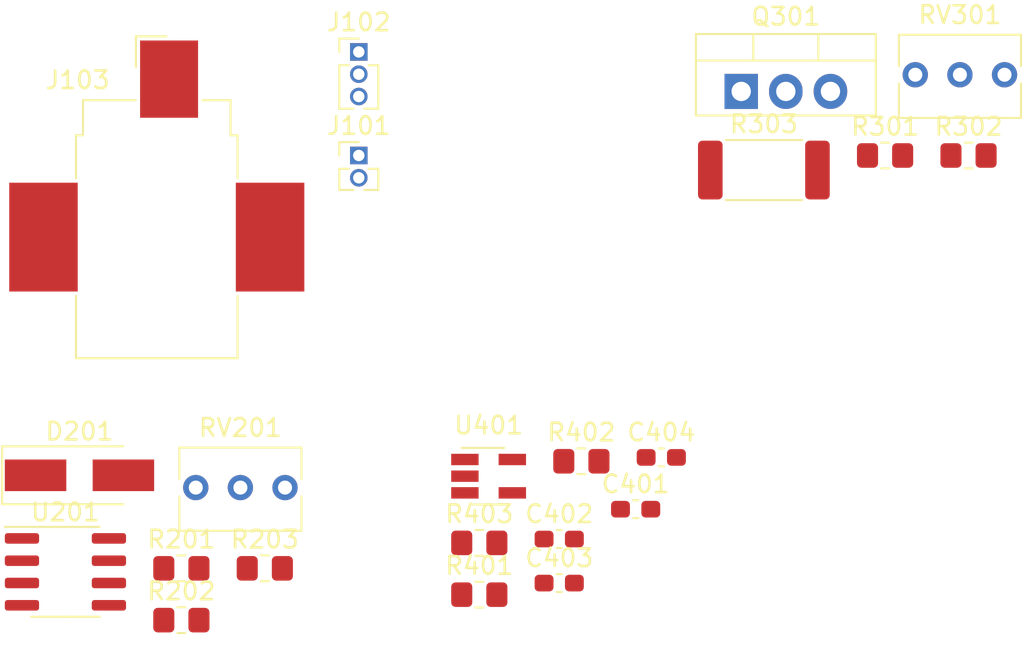
<source format=kicad_pcb>
(kicad_pcb (version 20171130) (host pcbnew 5.1.9-73d0e3b20d~88~ubuntu20.04.1)

  (general
    (thickness 1.6)
    (drawings 0)
    (tracks 0)
    (zones 0)
    (modules 22)
    (nets 16)
  )

  (page A4)
  (layers
    (0 F.Cu signal)
    (31 B.Cu signal)
    (32 B.Adhes user)
    (33 F.Adhes user)
    (34 B.Paste user)
    (35 F.Paste user)
    (36 B.SilkS user)
    (37 F.SilkS user)
    (38 B.Mask user)
    (39 F.Mask user)
    (40 Dwgs.User user)
    (41 Cmts.User user)
    (42 Eco1.User user)
    (43 Eco2.User user)
    (44 Edge.Cuts user)
    (45 Margin user)
    (46 B.CrtYd user)
    (47 F.CrtYd user)
    (48 B.Fab user)
    (49 F.Fab user)
  )

  (setup
    (last_trace_width 0.25)
    (trace_clearance 0.2)
    (zone_clearance 0.508)
    (zone_45_only no)
    (trace_min 0.2)
    (via_size 0.8)
    (via_drill 0.4)
    (via_min_size 0.4)
    (via_min_drill 0.3)
    (uvia_size 0.3)
    (uvia_drill 0.1)
    (uvias_allowed no)
    (uvia_min_size 0.2)
    (uvia_min_drill 0.1)
    (edge_width 0.05)
    (segment_width 0.2)
    (pcb_text_width 0.3)
    (pcb_text_size 1.5 1.5)
    (mod_edge_width 0.12)
    (mod_text_size 1 1)
    (mod_text_width 0.15)
    (pad_size 1.524 1.524)
    (pad_drill 0.762)
    (pad_to_mask_clearance 0)
    (aux_axis_origin 0 0)
    (visible_elements FFFFFF7F)
    (pcbplotparams
      (layerselection 0x010fc_ffffffff)
      (usegerberextensions false)
      (usegerberattributes true)
      (usegerberadvancedattributes true)
      (creategerberjobfile true)
      (excludeedgelayer true)
      (linewidth 0.100000)
      (plotframeref false)
      (viasonmask false)
      (mode 1)
      (useauxorigin false)
      (hpglpennumber 1)
      (hpglpenspeed 20)
      (hpglpendiameter 15.000000)
      (psnegative false)
      (psa4output false)
      (plotreference true)
      (plotvalue true)
      (plotinvisibletext false)
      (padsonsilk false)
      (subtractmaskfromsilk false)
      (outputformat 1)
      (mirror false)
      (drillshape 1)
      (scaleselection 1)
      (outputdirectory ""))
  )

  (net 0 "")
  (net 1 /V-pos-src)
  (net 2 GND)
  (net 3 /2.5V-reg)
  (net 4 "Net-(D201-Pad1)")
  (net 5 /V-ctrl)
  (net 6 /V-pos-tst)
  (net 7 "Net-(Q301-Pad3)")
  (net 8 "Net-(R201-Pad1)")
  (net 9 "Net-(R202-Pad2)")
  (net 10 "Net-(R301-Pad1)")
  (net 11 "Net-(R302-Pad2)")
  (net 12 /Power-Reg/FB)
  (net 13 "Net-(R403-Pad1)")
  (net 14 "Net-(RV201-Pad1)")
  (net 15 "Net-(RV301-Pad1)")

  (net_class Default "This is the default net class."
    (clearance 0.2)
    (trace_width 0.25)
    (via_dia 0.8)
    (via_drill 0.4)
    (uvia_dia 0.3)
    (uvia_drill 0.1)
    (add_net /2.5V-reg)
    (add_net /Power-Reg/FB)
    (add_net /V-ctrl)
    (add_net /V-pos-src)
    (add_net /V-pos-tst)
    (add_net GND)
    (add_net "Net-(D201-Pad1)")
    (add_net "Net-(Q301-Pad3)")
    (add_net "Net-(R201-Pad1)")
    (add_net "Net-(R202-Pad2)")
    (add_net "Net-(R301-Pad1)")
    (add_net "Net-(R302-Pad2)")
    (add_net "Net-(R403-Pad1)")
    (add_net "Net-(RV201-Pad1)")
    (add_net "Net-(RV301-Pad1)")
  )

  (module Capacitor_SMD:C_0603_1608Metric_Pad1.08x0.95mm_HandSolder (layer F.Cu) (tedit 5F68FEEF) (tstamp 601C4BD6)
    (at 126.585001 77.575001)
    (descr "Capacitor SMD 0603 (1608 Metric), square (rectangular) end terminal, IPC_7351 nominal with elongated pad for handsoldering. (Body size source: IPC-SM-782 page 76, https://www.pcb-3d.com/wordpress/wp-content/uploads/ipc-sm-782a_amendment_1_and_2.pdf), generated with kicad-footprint-generator")
    (tags "capacitor handsolder")
    (path /601B7636/60164DED)
    (attr smd)
    (fp_text reference C401 (at 0 -1.43) (layer F.SilkS)
      (effects (font (size 1 1) (thickness 0.15)))
    )
    (fp_text value 1uF (at 0 1.43) (layer F.Fab)
      (effects (font (size 1 1) (thickness 0.15)))
    )
    (fp_line (start 1.65 0.73) (end -1.65 0.73) (layer F.CrtYd) (width 0.05))
    (fp_line (start 1.65 -0.73) (end 1.65 0.73) (layer F.CrtYd) (width 0.05))
    (fp_line (start -1.65 -0.73) (end 1.65 -0.73) (layer F.CrtYd) (width 0.05))
    (fp_line (start -1.65 0.73) (end -1.65 -0.73) (layer F.CrtYd) (width 0.05))
    (fp_line (start -0.146267 0.51) (end 0.146267 0.51) (layer F.SilkS) (width 0.12))
    (fp_line (start -0.146267 -0.51) (end 0.146267 -0.51) (layer F.SilkS) (width 0.12))
    (fp_line (start 0.8 0.4) (end -0.8 0.4) (layer F.Fab) (width 0.1))
    (fp_line (start 0.8 -0.4) (end 0.8 0.4) (layer F.Fab) (width 0.1))
    (fp_line (start -0.8 -0.4) (end 0.8 -0.4) (layer F.Fab) (width 0.1))
    (fp_line (start -0.8 0.4) (end -0.8 -0.4) (layer F.Fab) (width 0.1))
    (fp_text user %R (at 0 0) (layer F.Fab)
      (effects (font (size 0.4 0.4) (thickness 0.06)))
    )
    (pad 1 smd roundrect (at -0.8625 0) (size 1.075 0.95) (layers F.Cu F.Paste F.Mask) (roundrect_rratio 0.25)
      (net 1 /V-pos-src))
    (pad 2 smd roundrect (at 0.8625 0) (size 1.075 0.95) (layers F.Cu F.Paste F.Mask) (roundrect_rratio 0.25)
      (net 2 GND))
    (model ${KISYS3DMOD}/Capacitor_SMD.3dshapes/C_0603_1608Metric.wrl
      (at (xyz 0 0 0))
      (scale (xyz 1 1 1))
      (rotate (xyz 0 0 0))
    )
  )

  (module Capacitor_SMD:C_0603_1608Metric_Pad1.08x0.95mm_HandSolder (layer F.Cu) (tedit 5F68FEEF) (tstamp 601C4BE7)
    (at 122.235001 79.275001)
    (descr "Capacitor SMD 0603 (1608 Metric), square (rectangular) end terminal, IPC_7351 nominal with elongated pad for handsoldering. (Body size source: IPC-SM-782 page 76, https://www.pcb-3d.com/wordpress/wp-content/uploads/ipc-sm-782a_amendment_1_and_2.pdf), generated with kicad-footprint-generator")
    (tags "capacitor handsolder")
    (path /601B7636/60164DE7)
    (attr smd)
    (fp_text reference C402 (at 0 -1.43) (layer F.SilkS)
      (effects (font (size 1 1) (thickness 0.15)))
    )
    (fp_text value 10uF (at 0 1.43) (layer F.Fab)
      (effects (font (size 1 1) (thickness 0.15)))
    )
    (fp_text user %R (at 0 0) (layer F.Fab)
      (effects (font (size 0.4 0.4) (thickness 0.06)))
    )
    (fp_line (start -0.8 0.4) (end -0.8 -0.4) (layer F.Fab) (width 0.1))
    (fp_line (start -0.8 -0.4) (end 0.8 -0.4) (layer F.Fab) (width 0.1))
    (fp_line (start 0.8 -0.4) (end 0.8 0.4) (layer F.Fab) (width 0.1))
    (fp_line (start 0.8 0.4) (end -0.8 0.4) (layer F.Fab) (width 0.1))
    (fp_line (start -0.146267 -0.51) (end 0.146267 -0.51) (layer F.SilkS) (width 0.12))
    (fp_line (start -0.146267 0.51) (end 0.146267 0.51) (layer F.SilkS) (width 0.12))
    (fp_line (start -1.65 0.73) (end -1.65 -0.73) (layer F.CrtYd) (width 0.05))
    (fp_line (start -1.65 -0.73) (end 1.65 -0.73) (layer F.CrtYd) (width 0.05))
    (fp_line (start 1.65 -0.73) (end 1.65 0.73) (layer F.CrtYd) (width 0.05))
    (fp_line (start 1.65 0.73) (end -1.65 0.73) (layer F.CrtYd) (width 0.05))
    (pad 2 smd roundrect (at 0.8625 0) (size 1.075 0.95) (layers F.Cu F.Paste F.Mask) (roundrect_rratio 0.25)
      (net 2 GND))
    (pad 1 smd roundrect (at -0.8625 0) (size 1.075 0.95) (layers F.Cu F.Paste F.Mask) (roundrect_rratio 0.25)
      (net 3 /2.5V-reg))
    (model ${KISYS3DMOD}/Capacitor_SMD.3dshapes/C_0603_1608Metric.wrl
      (at (xyz 0 0 0))
      (scale (xyz 1 1 1))
      (rotate (xyz 0 0 0))
    )
  )

  (module Capacitor_SMD:C_0603_1608Metric_Pad1.08x0.95mm_HandSolder (layer F.Cu) (tedit 5F68FEEF) (tstamp 601C4BF8)
    (at 122.235001 81.785001)
    (descr "Capacitor SMD 0603 (1608 Metric), square (rectangular) end terminal, IPC_7351 nominal with elongated pad for handsoldering. (Body size source: IPC-SM-782 page 76, https://www.pcb-3d.com/wordpress/wp-content/uploads/ipc-sm-782a_amendment_1_and_2.pdf), generated with kicad-footprint-generator")
    (tags "capacitor handsolder")
    (path /601B7636/601B385B)
    (attr smd)
    (fp_text reference C403 (at 0 -1.43) (layer F.SilkS)
      (effects (font (size 1 1) (thickness 0.15)))
    )
    (fp_text value 0.1u (at 0 1.43) (layer F.Fab)
      (effects (font (size 1 1) (thickness 0.15)))
    )
    (fp_line (start 1.65 0.73) (end -1.65 0.73) (layer F.CrtYd) (width 0.05))
    (fp_line (start 1.65 -0.73) (end 1.65 0.73) (layer F.CrtYd) (width 0.05))
    (fp_line (start -1.65 -0.73) (end 1.65 -0.73) (layer F.CrtYd) (width 0.05))
    (fp_line (start -1.65 0.73) (end -1.65 -0.73) (layer F.CrtYd) (width 0.05))
    (fp_line (start -0.146267 0.51) (end 0.146267 0.51) (layer F.SilkS) (width 0.12))
    (fp_line (start -0.146267 -0.51) (end 0.146267 -0.51) (layer F.SilkS) (width 0.12))
    (fp_line (start 0.8 0.4) (end -0.8 0.4) (layer F.Fab) (width 0.1))
    (fp_line (start 0.8 -0.4) (end 0.8 0.4) (layer F.Fab) (width 0.1))
    (fp_line (start -0.8 -0.4) (end 0.8 -0.4) (layer F.Fab) (width 0.1))
    (fp_line (start -0.8 0.4) (end -0.8 -0.4) (layer F.Fab) (width 0.1))
    (fp_text user %R (at 0 0) (layer F.Fab)
      (effects (font (size 0.4 0.4) (thickness 0.06)))
    )
    (pad 1 smd roundrect (at -0.8625 0) (size 1.075 0.95) (layers F.Cu F.Paste F.Mask) (roundrect_rratio 0.25)
      (net 3 /2.5V-reg))
    (pad 2 smd roundrect (at 0.8625 0) (size 1.075 0.95) (layers F.Cu F.Paste F.Mask) (roundrect_rratio 0.25)
      (net 2 GND))
    (model ${KISYS3DMOD}/Capacitor_SMD.3dshapes/C_0603_1608Metric.wrl
      (at (xyz 0 0 0))
      (scale (xyz 1 1 1))
      (rotate (xyz 0 0 0))
    )
  )

  (module Capacitor_SMD:C_0603_1608Metric_Pad1.08x0.95mm_HandSolder (layer F.Cu) (tedit 5F68FEEF) (tstamp 601C4C09)
    (at 128.045001 74.625001)
    (descr "Capacitor SMD 0603 (1608 Metric), square (rectangular) end terminal, IPC_7351 nominal with elongated pad for handsoldering. (Body size source: IPC-SM-782 page 76, https://www.pcb-3d.com/wordpress/wp-content/uploads/ipc-sm-782a_amendment_1_and_2.pdf), generated with kicad-footprint-generator")
    (tags "capacitor handsolder")
    (path /601B7636/601B3B24)
    (attr smd)
    (fp_text reference C404 (at 0 -1.43) (layer F.SilkS)
      (effects (font (size 1 1) (thickness 0.15)))
    )
    (fp_text value 1u (at 0 1.43) (layer F.Fab)
      (effects (font (size 1 1) (thickness 0.15)))
    )
    (fp_text user %R (at 0 0) (layer F.Fab)
      (effects (font (size 0.4 0.4) (thickness 0.06)))
    )
    (fp_line (start -0.8 0.4) (end -0.8 -0.4) (layer F.Fab) (width 0.1))
    (fp_line (start -0.8 -0.4) (end 0.8 -0.4) (layer F.Fab) (width 0.1))
    (fp_line (start 0.8 -0.4) (end 0.8 0.4) (layer F.Fab) (width 0.1))
    (fp_line (start 0.8 0.4) (end -0.8 0.4) (layer F.Fab) (width 0.1))
    (fp_line (start -0.146267 -0.51) (end 0.146267 -0.51) (layer F.SilkS) (width 0.12))
    (fp_line (start -0.146267 0.51) (end 0.146267 0.51) (layer F.SilkS) (width 0.12))
    (fp_line (start -1.65 0.73) (end -1.65 -0.73) (layer F.CrtYd) (width 0.05))
    (fp_line (start -1.65 -0.73) (end 1.65 -0.73) (layer F.CrtYd) (width 0.05))
    (fp_line (start 1.65 -0.73) (end 1.65 0.73) (layer F.CrtYd) (width 0.05))
    (fp_line (start 1.65 0.73) (end -1.65 0.73) (layer F.CrtYd) (width 0.05))
    (pad 2 smd roundrect (at 0.8625 0) (size 1.075 0.95) (layers F.Cu F.Paste F.Mask) (roundrect_rratio 0.25)
      (net 2 GND))
    (pad 1 smd roundrect (at -0.8625 0) (size 1.075 0.95) (layers F.Cu F.Paste F.Mask) (roundrect_rratio 0.25)
      (net 3 /2.5V-reg))
    (model ${KISYS3DMOD}/Capacitor_SMD.3dshapes/C_0603_1608Metric.wrl
      (at (xyz 0 0 0))
      (scale (xyz 1 1 1))
      (rotate (xyz 0 0 0))
    )
  )

  (module Diode_SMD:D_SMA_Handsoldering (layer F.Cu) (tedit 58643398) (tstamp 601C4C21)
    (at 94.925001 75.645001)
    (descr "Diode SMA (DO-214AC) Handsoldering")
    (tags "Diode SMA (DO-214AC) Handsoldering")
    (path /601B79A0/6016A51E)
    (attr smd)
    (fp_text reference D201 (at 0 -2.5) (layer F.SilkS)
      (effects (font (size 1 1) (thickness 0.15)))
    )
    (fp_text value D (at 0 2.6) (layer F.Fab)
      (effects (font (size 1 1) (thickness 0.15)))
    )
    (fp_line (start -4.4 -1.65) (end 2.5 -1.65) (layer F.SilkS) (width 0.12))
    (fp_line (start -4.4 1.65) (end 2.5 1.65) (layer F.SilkS) (width 0.12))
    (fp_line (start -0.64944 0.00102) (end 0.50118 -0.79908) (layer F.Fab) (width 0.1))
    (fp_line (start -0.64944 0.00102) (end 0.50118 0.75032) (layer F.Fab) (width 0.1))
    (fp_line (start 0.50118 0.75032) (end 0.50118 -0.79908) (layer F.Fab) (width 0.1))
    (fp_line (start -0.64944 -0.79908) (end -0.64944 0.80112) (layer F.Fab) (width 0.1))
    (fp_line (start 0.50118 0.00102) (end 1.4994 0.00102) (layer F.Fab) (width 0.1))
    (fp_line (start -0.64944 0.00102) (end -1.55114 0.00102) (layer F.Fab) (width 0.1))
    (fp_line (start -4.5 1.75) (end -4.5 -1.75) (layer F.CrtYd) (width 0.05))
    (fp_line (start 4.5 1.75) (end -4.5 1.75) (layer F.CrtYd) (width 0.05))
    (fp_line (start 4.5 -1.75) (end 4.5 1.75) (layer F.CrtYd) (width 0.05))
    (fp_line (start -4.5 -1.75) (end 4.5 -1.75) (layer F.CrtYd) (width 0.05))
    (fp_line (start 2.3 -1.5) (end -2.3 -1.5) (layer F.Fab) (width 0.1))
    (fp_line (start 2.3 -1.5) (end 2.3 1.5) (layer F.Fab) (width 0.1))
    (fp_line (start -2.3 1.5) (end -2.3 -1.5) (layer F.Fab) (width 0.1))
    (fp_line (start 2.3 1.5) (end -2.3 1.5) (layer F.Fab) (width 0.1))
    (fp_line (start -4.4 -1.65) (end -4.4 1.65) (layer F.SilkS) (width 0.12))
    (fp_text user %R (at 0 -2.5) (layer F.Fab)
      (effects (font (size 1 1) (thickness 0.15)))
    )
    (pad 1 smd rect (at -2.5 0) (size 3.5 1.8) (layers F.Cu F.Paste F.Mask)
      (net 4 "Net-(D201-Pad1)"))
    (pad 2 smd rect (at 2.5 0) (size 3.5 1.8) (layers F.Cu F.Paste F.Mask)
      (net 5 /V-ctrl))
    (model ${KISYS3DMOD}/Diode_SMD.3dshapes/D_SMA.wrl
      (at (xyz 0 0 0))
      (scale (xyz 1 1 1))
      (rotate (xyz 0 0 0))
    )
  )

  (module Connector_PinHeader_1.27mm:PinHeader_1x02_P1.27mm_Vertical (layer F.Cu) (tedit 59FED6E3) (tstamp 601C4C39)
    (at 110.825001 57.425001)
    (descr "Through hole straight pin header, 1x02, 1.27mm pitch, single row")
    (tags "Through hole pin header THT 1x02 1.27mm single row")
    (path /6010811C)
    (fp_text reference J101 (at 0 -1.695) (layer F.SilkS)
      (effects (font (size 1 1) (thickness 0.15)))
    )
    (fp_text value Test-Source (at 0 2.965) (layer F.Fab)
      (effects (font (size 1 1) (thickness 0.15)))
    )
    (fp_line (start 1.55 -1.15) (end -1.55 -1.15) (layer F.CrtYd) (width 0.05))
    (fp_line (start 1.55 2.45) (end 1.55 -1.15) (layer F.CrtYd) (width 0.05))
    (fp_line (start -1.55 2.45) (end 1.55 2.45) (layer F.CrtYd) (width 0.05))
    (fp_line (start -1.55 -1.15) (end -1.55 2.45) (layer F.CrtYd) (width 0.05))
    (fp_line (start -1.11 -0.76) (end 0 -0.76) (layer F.SilkS) (width 0.12))
    (fp_line (start -1.11 0) (end -1.11 -0.76) (layer F.SilkS) (width 0.12))
    (fp_line (start 0.563471 0.76) (end 1.11 0.76) (layer F.SilkS) (width 0.12))
    (fp_line (start -1.11 0.76) (end -0.563471 0.76) (layer F.SilkS) (width 0.12))
    (fp_line (start 1.11 0.76) (end 1.11 1.965) (layer F.SilkS) (width 0.12))
    (fp_line (start -1.11 0.76) (end -1.11 1.965) (layer F.SilkS) (width 0.12))
    (fp_line (start 0.30753 1.965) (end 1.11 1.965) (layer F.SilkS) (width 0.12))
    (fp_line (start -1.11 1.965) (end -0.30753 1.965) (layer F.SilkS) (width 0.12))
    (fp_line (start -1.05 -0.11) (end -0.525 -0.635) (layer F.Fab) (width 0.1))
    (fp_line (start -1.05 1.905) (end -1.05 -0.11) (layer F.Fab) (width 0.1))
    (fp_line (start 1.05 1.905) (end -1.05 1.905) (layer F.Fab) (width 0.1))
    (fp_line (start 1.05 -0.635) (end 1.05 1.905) (layer F.Fab) (width 0.1))
    (fp_line (start -0.525 -0.635) (end 1.05 -0.635) (layer F.Fab) (width 0.1))
    (fp_text user %R (at 0 0.635 90) (layer F.Fab)
      (effects (font (size 1 1) (thickness 0.15)))
    )
    (pad 1 thru_hole rect (at 0 0) (size 1 1) (drill 0.65) (layers *.Cu *.Mask)
      (net 2 GND))
    (pad 2 thru_hole oval (at 0 1.27) (size 1 1) (drill 0.65) (layers *.Cu *.Mask)
      (net 6 /V-pos-tst))
    (model ${KISYS3DMOD}/Connector_PinHeader_1.27mm.3dshapes/PinHeader_1x02_P1.27mm_Vertical.wrl
      (at (xyz 0 0 0))
      (scale (xyz 1 1 1))
      (rotate (xyz 0 0 0))
    )
  )

  (module Connector_PinHeader_1.27mm:PinHeader_1x03_P1.27mm_Vertical (layer F.Cu) (tedit 59FED6E3) (tstamp 601C4C52)
    (at 110.825001 51.525001)
    (descr "Through hole straight pin header, 1x03, 1.27mm pitch, single row")
    (tags "Through hole pin header THT 1x03 1.27mm single row")
    (path /60184A04)
    (fp_text reference J102 (at 0 -1.695) (layer F.SilkS)
      (effects (font (size 1 1) (thickness 0.15)))
    )
    (fp_text value Power-Jumper (at 0 4.235) (layer F.Fab)
      (effects (font (size 1 1) (thickness 0.15)))
    )
    (fp_line (start 1.55 -1.15) (end -1.55 -1.15) (layer F.CrtYd) (width 0.05))
    (fp_line (start 1.55 3.7) (end 1.55 -1.15) (layer F.CrtYd) (width 0.05))
    (fp_line (start -1.55 3.7) (end 1.55 3.7) (layer F.CrtYd) (width 0.05))
    (fp_line (start -1.55 -1.15) (end -1.55 3.7) (layer F.CrtYd) (width 0.05))
    (fp_line (start -1.11 -0.76) (end 0 -0.76) (layer F.SilkS) (width 0.12))
    (fp_line (start -1.11 0) (end -1.11 -0.76) (layer F.SilkS) (width 0.12))
    (fp_line (start 0.563471 0.76) (end 1.11 0.76) (layer F.SilkS) (width 0.12))
    (fp_line (start -1.11 0.76) (end -0.563471 0.76) (layer F.SilkS) (width 0.12))
    (fp_line (start 1.11 0.76) (end 1.11 3.235) (layer F.SilkS) (width 0.12))
    (fp_line (start -1.11 0.76) (end -1.11 3.235) (layer F.SilkS) (width 0.12))
    (fp_line (start 0.30753 3.235) (end 1.11 3.235) (layer F.SilkS) (width 0.12))
    (fp_line (start -1.11 3.235) (end -0.30753 3.235) (layer F.SilkS) (width 0.12))
    (fp_line (start -1.05 -0.11) (end -0.525 -0.635) (layer F.Fab) (width 0.1))
    (fp_line (start -1.05 3.175) (end -1.05 -0.11) (layer F.Fab) (width 0.1))
    (fp_line (start 1.05 3.175) (end -1.05 3.175) (layer F.Fab) (width 0.1))
    (fp_line (start 1.05 -0.635) (end 1.05 3.175) (layer F.Fab) (width 0.1))
    (fp_line (start -0.525 -0.635) (end 1.05 -0.635) (layer F.Fab) (width 0.1))
    (fp_text user %R (at 0 1.27 90) (layer F.Fab)
      (effects (font (size 1 1) (thickness 0.15)))
    )
    (pad 1 thru_hole rect (at 0 0) (size 1 1) (drill 0.65) (layers *.Cu *.Mask)
      (net 6 /V-pos-tst))
    (pad 2 thru_hole oval (at 0 1.27) (size 1 1) (drill 0.65) (layers *.Cu *.Mask)
      (net 1 /V-pos-src))
    (pad 3 thru_hole oval (at 0 2.54) (size 1 1) (drill 0.65) (layers *.Cu *.Mask)
      (net 1 /V-pos-src))
    (model ${KISYS3DMOD}/Connector_PinHeader_1.27mm.3dshapes/PinHeader_1x03_P1.27mm_Vertical.wrl
      (at (xyz 0 0 0))
      (scale (xyz 1 1 1))
      (rotate (xyz 0 0 0))
    )
  )

  (module Connector_BarrelJack:BarrelJack_CUI_PJ-036AH-SMT_Horizontal (layer F.Cu) (tedit 5A1DBF38) (tstamp 601C4C75)
    (at 99.325001 58.875001)
    (descr "Surface-mount DC Barrel Jack, http://www.cui.com/product/resource/pj-036ah-smt.pdf")
    (tags "Power Jack SMT")
    (path /60184A6A)
    (attr smd)
    (fp_text reference J103 (at -4.5 -5.75) (layer F.SilkS)
      (effects (font (size 1 1) (thickness 0.15)))
    )
    (fp_text value Power-Connector (at 0 11.25) (layer F.Fab)
      (effects (font (size 1 1) (thickness 0.15)))
    )
    (fp_circle (center 0.7 -3.4) (end 0.75 -2.95) (layer F.Fab) (width 0.12))
    (fp_line (start 4.1 -2.5) (end 4.1 -4.5) (layer F.Fab) (width 0.1))
    (fp_line (start 4.5 -2.5) (end 4.1 -2.5) (layer F.Fab) (width 0.1))
    (fp_line (start 4.5 10) (end 4.5 -2.5) (layer F.Fab) (width 0.1))
    (fp_line (start -4.5 10) (end 4.5 10) (layer F.Fab) (width 0.1))
    (fp_line (start -4.5 -2.5) (end -4.5 10) (layer F.Fab) (width 0.1))
    (fp_line (start -4.1 -2.5) (end -4.5 -2.5) (layer F.Fab) (width 0.1))
    (fp_line (start -4.1 -4.5) (end -4.1 -2.5) (layer F.Fab) (width 0.1))
    (fp_line (start 4.1 -4.5) (end -4.1 -4.5) (layer F.Fab) (width 0.1))
    (fp_line (start -1.19 -8.24) (end 0.55 -8.24) (layer F.SilkS) (width 0.12))
    (fp_line (start -1.19 -6.5) (end -1.19 -8.24) (layer F.SilkS) (width 0.12))
    (fp_line (start 4.6 -2.6) (end 4.6 -0.15) (layer F.SilkS) (width 0.12))
    (fp_line (start 4.2 -2.6) (end 4.6 -2.6) (layer F.SilkS) (width 0.12))
    (fp_line (start 4.2 -4.6) (end 4.2 -2.6) (layer F.SilkS) (width 0.12))
    (fp_line (start 2.6 -4.6) (end 4.2 -4.6) (layer F.SilkS) (width 0.12))
    (fp_line (start -4.2 -4.6) (end -1.2 -4.6) (layer F.SilkS) (width 0.12))
    (fp_line (start -4.2 -2.6) (end -4.2 -4.6) (layer F.SilkS) (width 0.12))
    (fp_line (start -4.6 -2.6) (end -4.2 -2.6) (layer F.SilkS) (width 0.12))
    (fp_line (start -4.6 -0.15) (end -4.6 -2.6) (layer F.SilkS) (width 0.12))
    (fp_line (start -4.6 10.1) (end -4.6 6.55) (layer F.SilkS) (width 0.12))
    (fp_line (start 4.6 10.1) (end -4.6 10.1) (layer F.SilkS) (width 0.12))
    (fp_line (start 4.6 6.55) (end 4.6 10.1) (layer F.SilkS) (width 0.12))
    (fp_line (start 8.9 -8.5) (end -8.9 -8.5) (layer F.CrtYd) (width 0.05))
    (fp_line (start 8.9 10.5) (end 8.9 -8.5) (layer F.CrtYd) (width 0.05))
    (fp_line (start -8.9 10.5) (end 8.9 10.5) (layer F.CrtYd) (width 0.05))
    (fp_line (start -8.9 -8.5) (end -8.9 10.5) (layer F.CrtYd) (width 0.05))
    (fp_text user %R (at 0 0) (layer F.Fab)
      (effects (font (size 1 1) (thickness 0.15)))
    )
    (pad 1 smd rect (at 0.7 -5.8) (size 3.3 4.4) (layers F.Cu F.Paste F.Mask)
      (net 1 /V-pos-src))
    (pad 2 smd rect (at -6.45 3.2) (size 3.9 6.2) (layers F.Cu F.Paste F.Mask)
      (net 2 GND))
    (pad 3 smd rect (at 6.45 3.2) (size 3.9 6.2) (layers F.Cu F.Paste F.Mask))
    (pad "" np_thru_hole circle (at 0 7) (size 2 2) (drill 2) (layers *.Cu *.Mask))
    (model ${KISYS3DMOD}/Connector_BarrelJack.3dshapes/BarrelJack_CUI_PJ-036AH-SMT_Horizontal.wrl
      (at (xyz 0 0 0))
      (scale (xyz 1 1 1))
      (rotate (xyz 0 0 0))
    )
  )

  (module Package_TO_SOT_THT:TO-220-3_Vertical (layer F.Cu) (tedit 5AC8BA0D) (tstamp 601C4C8F)
    (at 132.595001 53.775001)
    (descr "TO-220-3, Vertical, RM 2.54mm, see https://www.vishay.com/docs/66542/to-220-1.pdf")
    (tags "TO-220-3 Vertical RM 2.54mm")
    (path /601B7D0F/6015D33B)
    (fp_text reference Q301 (at 2.54 -4.27) (layer F.SilkS)
      (effects (font (size 1 1) (thickness 0.15)))
    )
    (fp_text value STP55NF06L (at 2.54 2.5) (layer F.Fab)
      (effects (font (size 1 1) (thickness 0.15)))
    )
    (fp_line (start 7.79 -3.4) (end -2.71 -3.4) (layer F.CrtYd) (width 0.05))
    (fp_line (start 7.79 1.51) (end 7.79 -3.4) (layer F.CrtYd) (width 0.05))
    (fp_line (start -2.71 1.51) (end 7.79 1.51) (layer F.CrtYd) (width 0.05))
    (fp_line (start -2.71 -3.4) (end -2.71 1.51) (layer F.CrtYd) (width 0.05))
    (fp_line (start 4.391 -3.27) (end 4.391 -1.76) (layer F.SilkS) (width 0.12))
    (fp_line (start 0.69 -3.27) (end 0.69 -1.76) (layer F.SilkS) (width 0.12))
    (fp_line (start -2.58 -1.76) (end 7.66 -1.76) (layer F.SilkS) (width 0.12))
    (fp_line (start 7.66 -3.27) (end 7.66 1.371) (layer F.SilkS) (width 0.12))
    (fp_line (start -2.58 -3.27) (end -2.58 1.371) (layer F.SilkS) (width 0.12))
    (fp_line (start -2.58 1.371) (end 7.66 1.371) (layer F.SilkS) (width 0.12))
    (fp_line (start -2.58 -3.27) (end 7.66 -3.27) (layer F.SilkS) (width 0.12))
    (fp_line (start 4.39 -3.15) (end 4.39 -1.88) (layer F.Fab) (width 0.1))
    (fp_line (start 0.69 -3.15) (end 0.69 -1.88) (layer F.Fab) (width 0.1))
    (fp_line (start -2.46 -1.88) (end 7.54 -1.88) (layer F.Fab) (width 0.1))
    (fp_line (start 7.54 -3.15) (end -2.46 -3.15) (layer F.Fab) (width 0.1))
    (fp_line (start 7.54 1.25) (end 7.54 -3.15) (layer F.Fab) (width 0.1))
    (fp_line (start -2.46 1.25) (end 7.54 1.25) (layer F.Fab) (width 0.1))
    (fp_line (start -2.46 -3.15) (end -2.46 1.25) (layer F.Fab) (width 0.1))
    (fp_text user %R (at 2.54 -4.27) (layer F.Fab)
      (effects (font (size 1 1) (thickness 0.15)))
    )
    (pad 1 thru_hole rect (at 0 0) (size 1.905 2) (drill 1.1) (layers *.Cu *.Mask)
      (net 5 /V-ctrl))
    (pad 2 thru_hole oval (at 2.54 0) (size 1.905 2) (drill 1.1) (layers *.Cu *.Mask)
      (net 6 /V-pos-tst))
    (pad 3 thru_hole oval (at 5.08 0) (size 1.905 2) (drill 1.1) (layers *.Cu *.Mask)
      (net 7 "Net-(Q301-Pad3)"))
    (model ${KISYS3DMOD}/Package_TO_SOT_THT.3dshapes/TO-220-3_Vertical.wrl
      (at (xyz 0 0 0))
      (scale (xyz 1 1 1))
      (rotate (xyz 0 0 0))
    )
  )

  (module Resistor_SMD:R_0805_2012Metric_Pad1.20x1.40mm_HandSolder (layer F.Cu) (tedit 5F68FEEE) (tstamp 601C4CA0)
    (at 100.725001 80.945001)
    (descr "Resistor SMD 0805 (2012 Metric), square (rectangular) end terminal, IPC_7351 nominal with elongated pad for handsoldering. (Body size source: IPC-SM-782 page 72, https://www.pcb-3d.com/wordpress/wp-content/uploads/ipc-sm-782a_amendment_1_and_2.pdf), generated with kicad-footprint-generator")
    (tags "resistor handsolder")
    (path /601B79A0/6016A52B)
    (attr smd)
    (fp_text reference R201 (at 0 -1.65) (layer F.SilkS)
      (effects (font (size 1 1) (thickness 0.15)))
    )
    (fp_text value R (at 0 1.65) (layer F.Fab)
      (effects (font (size 1 1) (thickness 0.15)))
    )
    (fp_text user %R (at 0 0) (layer F.Fab)
      (effects (font (size 0.5 0.5) (thickness 0.08)))
    )
    (fp_line (start -1 0.625) (end -1 -0.625) (layer F.Fab) (width 0.1))
    (fp_line (start -1 -0.625) (end 1 -0.625) (layer F.Fab) (width 0.1))
    (fp_line (start 1 -0.625) (end 1 0.625) (layer F.Fab) (width 0.1))
    (fp_line (start 1 0.625) (end -1 0.625) (layer F.Fab) (width 0.1))
    (fp_line (start -0.227064 -0.735) (end 0.227064 -0.735) (layer F.SilkS) (width 0.12))
    (fp_line (start -0.227064 0.735) (end 0.227064 0.735) (layer F.SilkS) (width 0.12))
    (fp_line (start -1.85 0.95) (end -1.85 -0.95) (layer F.CrtYd) (width 0.05))
    (fp_line (start -1.85 -0.95) (end 1.85 -0.95) (layer F.CrtYd) (width 0.05))
    (fp_line (start 1.85 -0.95) (end 1.85 0.95) (layer F.CrtYd) (width 0.05))
    (fp_line (start 1.85 0.95) (end -1.85 0.95) (layer F.CrtYd) (width 0.05))
    (pad 2 smd roundrect (at 1 0) (size 1.2 1.4) (layers F.Cu F.Paste F.Mask) (roundrect_rratio 0.208333)
      (net 2 GND))
    (pad 1 smd roundrect (at -1 0) (size 1.2 1.4) (layers F.Cu F.Paste F.Mask) (roundrect_rratio 0.208333)
      (net 8 "Net-(R201-Pad1)"))
    (model ${KISYS3DMOD}/Resistor_SMD.3dshapes/R_0805_2012Metric.wrl
      (at (xyz 0 0 0))
      (scale (xyz 1 1 1))
      (rotate (xyz 0 0 0))
    )
  )

  (module Resistor_SMD:R_0805_2012Metric_Pad1.20x1.40mm_HandSolder (layer F.Cu) (tedit 5F68FEEE) (tstamp 601C4CB1)
    (at 100.725001 83.895001)
    (descr "Resistor SMD 0805 (2012 Metric), square (rectangular) end terminal, IPC_7351 nominal with elongated pad for handsoldering. (Body size source: IPC-SM-782 page 72, https://www.pcb-3d.com/wordpress/wp-content/uploads/ipc-sm-782a_amendment_1_and_2.pdf), generated with kicad-footprint-generator")
    (tags "resistor handsolder")
    (path /601B79A0/6016A541)
    (attr smd)
    (fp_text reference R202 (at 0 -1.65) (layer F.SilkS)
      (effects (font (size 1 1) (thickness 0.15)))
    )
    (fp_text value 9K (at 0 1.65) (layer F.Fab)
      (effects (font (size 1 1) (thickness 0.15)))
    )
    (fp_text user %R (at 0 0) (layer F.Fab)
      (effects (font (size 0.5 0.5) (thickness 0.08)))
    )
    (fp_line (start -1 0.625) (end -1 -0.625) (layer F.Fab) (width 0.1))
    (fp_line (start -1 -0.625) (end 1 -0.625) (layer F.Fab) (width 0.1))
    (fp_line (start 1 -0.625) (end 1 0.625) (layer F.Fab) (width 0.1))
    (fp_line (start 1 0.625) (end -1 0.625) (layer F.Fab) (width 0.1))
    (fp_line (start -0.227064 -0.735) (end 0.227064 -0.735) (layer F.SilkS) (width 0.12))
    (fp_line (start -0.227064 0.735) (end 0.227064 0.735) (layer F.SilkS) (width 0.12))
    (fp_line (start -1.85 0.95) (end -1.85 -0.95) (layer F.CrtYd) (width 0.05))
    (fp_line (start -1.85 -0.95) (end 1.85 -0.95) (layer F.CrtYd) (width 0.05))
    (fp_line (start 1.85 -0.95) (end 1.85 0.95) (layer F.CrtYd) (width 0.05))
    (fp_line (start 1.85 0.95) (end -1.85 0.95) (layer F.CrtYd) (width 0.05))
    (pad 2 smd roundrect (at 1 0) (size 1.2 1.4) (layers F.Cu F.Paste F.Mask) (roundrect_rratio 0.208333)
      (net 9 "Net-(R202-Pad2)"))
    (pad 1 smd roundrect (at -1 0) (size 1.2 1.4) (layers F.Cu F.Paste F.Mask) (roundrect_rratio 0.208333)
      (net 6 /V-pos-tst))
    (model ${KISYS3DMOD}/Resistor_SMD.3dshapes/R_0805_2012Metric.wrl
      (at (xyz 0 0 0))
      (scale (xyz 1 1 1))
      (rotate (xyz 0 0 0))
    )
  )

  (module Resistor_SMD:R_0805_2012Metric_Pad1.20x1.40mm_HandSolder (layer F.Cu) (tedit 5F68FEEE) (tstamp 601C4CC2)
    (at 105.475001 80.945001)
    (descr "Resistor SMD 0805 (2012 Metric), square (rectangular) end terminal, IPC_7351 nominal with elongated pad for handsoldering. (Body size source: IPC-SM-782 page 72, https://www.pcb-3d.com/wordpress/wp-content/uploads/ipc-sm-782a_amendment_1_and_2.pdf), generated with kicad-footprint-generator")
    (tags "resistor handsolder")
    (path /601B79A0/6016A53B)
    (attr smd)
    (fp_text reference R203 (at 0 -1.65) (layer F.SilkS)
      (effects (font (size 1 1) (thickness 0.15)))
    )
    (fp_text value 1K (at 0 1.65) (layer F.Fab)
      (effects (font (size 1 1) (thickness 0.15)))
    )
    (fp_line (start 1.85 0.95) (end -1.85 0.95) (layer F.CrtYd) (width 0.05))
    (fp_line (start 1.85 -0.95) (end 1.85 0.95) (layer F.CrtYd) (width 0.05))
    (fp_line (start -1.85 -0.95) (end 1.85 -0.95) (layer F.CrtYd) (width 0.05))
    (fp_line (start -1.85 0.95) (end -1.85 -0.95) (layer F.CrtYd) (width 0.05))
    (fp_line (start -0.227064 0.735) (end 0.227064 0.735) (layer F.SilkS) (width 0.12))
    (fp_line (start -0.227064 -0.735) (end 0.227064 -0.735) (layer F.SilkS) (width 0.12))
    (fp_line (start 1 0.625) (end -1 0.625) (layer F.Fab) (width 0.1))
    (fp_line (start 1 -0.625) (end 1 0.625) (layer F.Fab) (width 0.1))
    (fp_line (start -1 -0.625) (end 1 -0.625) (layer F.Fab) (width 0.1))
    (fp_line (start -1 0.625) (end -1 -0.625) (layer F.Fab) (width 0.1))
    (fp_text user %R (at 0 0) (layer F.Fab)
      (effects (font (size 0.5 0.5) (thickness 0.08)))
    )
    (pad 1 smd roundrect (at -1 0) (size 1.2 1.4) (layers F.Cu F.Paste F.Mask) (roundrect_rratio 0.208333)
      (net 9 "Net-(R202-Pad2)"))
    (pad 2 smd roundrect (at 1 0) (size 1.2 1.4) (layers F.Cu F.Paste F.Mask) (roundrect_rratio 0.208333)
      (net 2 GND))
    (model ${KISYS3DMOD}/Resistor_SMD.3dshapes/R_0805_2012Metric.wrl
      (at (xyz 0 0 0))
      (scale (xyz 1 1 1))
      (rotate (xyz 0 0 0))
    )
  )

  (module Resistor_SMD:R_0805_2012Metric_Pad1.20x1.40mm_HandSolder (layer F.Cu) (tedit 5F68FEEE) (tstamp 601C4CD3)
    (at 140.785001 57.425001)
    (descr "Resistor SMD 0805 (2012 Metric), square (rectangular) end terminal, IPC_7351 nominal with elongated pad for handsoldering. (Body size source: IPC-SM-782 page 72, https://www.pcb-3d.com/wordpress/wp-content/uploads/ipc-sm-782a_amendment_1_and_2.pdf), generated with kicad-footprint-generator")
    (tags "resistor handsolder")
    (path /601B7D0F/6015D347)
    (attr smd)
    (fp_text reference R301 (at 0 -1.65) (layer F.SilkS)
      (effects (font (size 1 1) (thickness 0.15)))
    )
    (fp_text value R (at 0 1.65) (layer F.Fab)
      (effects (font (size 1 1) (thickness 0.15)))
    )
    (fp_text user %R (at 0 0) (layer F.Fab)
      (effects (font (size 0.5 0.5) (thickness 0.08)))
    )
    (fp_line (start -1 0.625) (end -1 -0.625) (layer F.Fab) (width 0.1))
    (fp_line (start -1 -0.625) (end 1 -0.625) (layer F.Fab) (width 0.1))
    (fp_line (start 1 -0.625) (end 1 0.625) (layer F.Fab) (width 0.1))
    (fp_line (start 1 0.625) (end -1 0.625) (layer F.Fab) (width 0.1))
    (fp_line (start -0.227064 -0.735) (end 0.227064 -0.735) (layer F.SilkS) (width 0.12))
    (fp_line (start -0.227064 0.735) (end 0.227064 0.735) (layer F.SilkS) (width 0.12))
    (fp_line (start -1.85 0.95) (end -1.85 -0.95) (layer F.CrtYd) (width 0.05))
    (fp_line (start -1.85 -0.95) (end 1.85 -0.95) (layer F.CrtYd) (width 0.05))
    (fp_line (start 1.85 -0.95) (end 1.85 0.95) (layer F.CrtYd) (width 0.05))
    (fp_line (start 1.85 0.95) (end -1.85 0.95) (layer F.CrtYd) (width 0.05))
    (pad 2 smd roundrect (at 1 0) (size 1.2 1.4) (layers F.Cu F.Paste F.Mask) (roundrect_rratio 0.208333)
      (net 2 GND))
    (pad 1 smd roundrect (at -1 0) (size 1.2 1.4) (layers F.Cu F.Paste F.Mask) (roundrect_rratio 0.208333)
      (net 10 "Net-(R301-Pad1)"))
    (model ${KISYS3DMOD}/Resistor_SMD.3dshapes/R_0805_2012Metric.wrl
      (at (xyz 0 0 0))
      (scale (xyz 1 1 1))
      (rotate (xyz 0 0 0))
    )
  )

  (module Resistor_SMD:R_0805_2012Metric_Pad1.20x1.40mm_HandSolder (layer F.Cu) (tedit 5F68FEEE) (tstamp 601C4CE4)
    (at 145.535001 57.425001)
    (descr "Resistor SMD 0805 (2012 Metric), square (rectangular) end terminal, IPC_7351 nominal with elongated pad for handsoldering. (Body size source: IPC-SM-782 page 72, https://www.pcb-3d.com/wordpress/wp-content/uploads/ipc-sm-782a_amendment_1_and_2.pdf), generated with kicad-footprint-generator")
    (tags "resistor handsolder")
    (path /601B7D0F/6015D369)
    (attr smd)
    (fp_text reference R302 (at 0 -1.65) (layer F.SilkS)
      (effects (font (size 1 1) (thickness 0.15)))
    )
    (fp_text value 1K (at 0 1.65) (layer F.Fab)
      (effects (font (size 1 1) (thickness 0.15)))
    )
    (fp_line (start 1.85 0.95) (end -1.85 0.95) (layer F.CrtYd) (width 0.05))
    (fp_line (start 1.85 -0.95) (end 1.85 0.95) (layer F.CrtYd) (width 0.05))
    (fp_line (start -1.85 -0.95) (end 1.85 -0.95) (layer F.CrtYd) (width 0.05))
    (fp_line (start -1.85 0.95) (end -1.85 -0.95) (layer F.CrtYd) (width 0.05))
    (fp_line (start -0.227064 0.735) (end 0.227064 0.735) (layer F.SilkS) (width 0.12))
    (fp_line (start -0.227064 -0.735) (end 0.227064 -0.735) (layer F.SilkS) (width 0.12))
    (fp_line (start 1 0.625) (end -1 0.625) (layer F.Fab) (width 0.1))
    (fp_line (start 1 -0.625) (end 1 0.625) (layer F.Fab) (width 0.1))
    (fp_line (start -1 -0.625) (end 1 -0.625) (layer F.Fab) (width 0.1))
    (fp_line (start -1 0.625) (end -1 -0.625) (layer F.Fab) (width 0.1))
    (fp_text user %R (at 0 0) (layer F.Fab)
      (effects (font (size 0.5 0.5) (thickness 0.08)))
    )
    (pad 1 smd roundrect (at -1 0) (size 1.2 1.4) (layers F.Cu F.Paste F.Mask) (roundrect_rratio 0.208333)
      (net 5 /V-ctrl))
    (pad 2 smd roundrect (at 1 0) (size 1.2 1.4) (layers F.Cu F.Paste F.Mask) (roundrect_rratio 0.208333)
      (net 11 "Net-(R302-Pad2)"))
    (model ${KISYS3DMOD}/Resistor_SMD.3dshapes/R_0805_2012Metric.wrl
      (at (xyz 0 0 0))
      (scale (xyz 1 1 1))
      (rotate (xyz 0 0 0))
    )
  )

  (module Resistor_SMD:R_2512_6332Metric_Pad1.40x3.35mm_HandSolder (layer F.Cu) (tedit 5F68FEEE) (tstamp 601C4CF5)
    (at 133.885001 58.255001)
    (descr "Resistor SMD 2512 (6332 Metric), square (rectangular) end terminal, IPC_7351 nominal with elongated pad for handsoldering. (Body size source: IPC-SM-782 page 72, https://www.pcb-3d.com/wordpress/wp-content/uploads/ipc-sm-782a_amendment_1_and_2.pdf), generated with kicad-footprint-generator")
    (tags "resistor handsolder")
    (path /601B7D0F/6015D341)
    (attr smd)
    (fp_text reference R303 (at 0 -2.62) (layer F.SilkS)
      (effects (font (size 1 1) (thickness 0.15)))
    )
    (fp_text value 0.1 (at 0 2.62) (layer F.Fab)
      (effects (font (size 1 1) (thickness 0.15)))
    )
    (fp_line (start 4 1.92) (end -4 1.92) (layer F.CrtYd) (width 0.05))
    (fp_line (start 4 -1.92) (end 4 1.92) (layer F.CrtYd) (width 0.05))
    (fp_line (start -4 -1.92) (end 4 -1.92) (layer F.CrtYd) (width 0.05))
    (fp_line (start -4 1.92) (end -4 -1.92) (layer F.CrtYd) (width 0.05))
    (fp_line (start -2.177064 1.71) (end 2.177064 1.71) (layer F.SilkS) (width 0.12))
    (fp_line (start -2.177064 -1.71) (end 2.177064 -1.71) (layer F.SilkS) (width 0.12))
    (fp_line (start 3.15 1.6) (end -3.15 1.6) (layer F.Fab) (width 0.1))
    (fp_line (start 3.15 -1.6) (end 3.15 1.6) (layer F.Fab) (width 0.1))
    (fp_line (start -3.15 -1.6) (end 3.15 -1.6) (layer F.Fab) (width 0.1))
    (fp_line (start -3.15 1.6) (end -3.15 -1.6) (layer F.Fab) (width 0.1))
    (fp_text user %R (at 0 0) (layer F.Fab)
      (effects (font (size 1 1) (thickness 0.15)))
    )
    (pad 1 smd roundrect (at -3.05 0) (size 1.4 3.35) (layers F.Cu F.Paste F.Mask) (roundrect_rratio 0.178571)
      (net 7 "Net-(Q301-Pad3)"))
    (pad 2 smd roundrect (at 3.05 0) (size 1.4 3.35) (layers F.Cu F.Paste F.Mask) (roundrect_rratio 0.178571)
      (net 2 GND))
    (model ${KISYS3DMOD}/Resistor_SMD.3dshapes/R_2512_6332Metric.wrl
      (at (xyz 0 0 0))
      (scale (xyz 1 1 1))
      (rotate (xyz 0 0 0))
    )
  )

  (module Resistor_SMD:R_0805_2012Metric_Pad1.20x1.40mm_HandSolder (layer F.Cu) (tedit 5F68FEEE) (tstamp 601C4D06)
    (at 117.685001 82.445001)
    (descr "Resistor SMD 0805 (2012 Metric), square (rectangular) end terminal, IPC_7351 nominal with elongated pad for handsoldering. (Body size source: IPC-SM-782 page 72, https://www.pcb-3d.com/wordpress/wp-content/uploads/ipc-sm-782a_amendment_1_and_2.pdf), generated with kicad-footprint-generator")
    (tags "resistor handsolder")
    (path /601B7636/60164E14)
    (attr smd)
    (fp_text reference R401 (at 0 -1.65) (layer F.SilkS)
      (effects (font (size 1 1) (thickness 0.15)))
    )
    (fp_text value 10K (at 0 1.65) (layer F.Fab)
      (effects (font (size 1 1) (thickness 0.15)))
    )
    (fp_line (start 1.85 0.95) (end -1.85 0.95) (layer F.CrtYd) (width 0.05))
    (fp_line (start 1.85 -0.95) (end 1.85 0.95) (layer F.CrtYd) (width 0.05))
    (fp_line (start -1.85 -0.95) (end 1.85 -0.95) (layer F.CrtYd) (width 0.05))
    (fp_line (start -1.85 0.95) (end -1.85 -0.95) (layer F.CrtYd) (width 0.05))
    (fp_line (start -0.227064 0.735) (end 0.227064 0.735) (layer F.SilkS) (width 0.12))
    (fp_line (start -0.227064 -0.735) (end 0.227064 -0.735) (layer F.SilkS) (width 0.12))
    (fp_line (start 1 0.625) (end -1 0.625) (layer F.Fab) (width 0.1))
    (fp_line (start 1 -0.625) (end 1 0.625) (layer F.Fab) (width 0.1))
    (fp_line (start -1 -0.625) (end 1 -0.625) (layer F.Fab) (width 0.1))
    (fp_line (start -1 0.625) (end -1 -0.625) (layer F.Fab) (width 0.1))
    (fp_text user %R (at 0 0) (layer F.Fab)
      (effects (font (size 0.5 0.5) (thickness 0.08)))
    )
    (pad 1 smd roundrect (at -1 0) (size 1.2 1.4) (layers F.Cu F.Paste F.Mask) (roundrect_rratio 0.208333)
      (net 3 /2.5V-reg))
    (pad 2 smd roundrect (at 1 0) (size 1.2 1.4) (layers F.Cu F.Paste F.Mask) (roundrect_rratio 0.208333)
      (net 12 /Power-Reg/FB))
    (model ${KISYS3DMOD}/Resistor_SMD.3dshapes/R_0805_2012Metric.wrl
      (at (xyz 0 0 0))
      (scale (xyz 1 1 1))
      (rotate (xyz 0 0 0))
    )
  )

  (module Resistor_SMD:R_0805_2012Metric_Pad1.20x1.40mm_HandSolder (layer F.Cu) (tedit 5F68FEEE) (tstamp 601C4D17)
    (at 123.495001 74.845001)
    (descr "Resistor SMD 0805 (2012 Metric), square (rectangular) end terminal, IPC_7351 nominal with elongated pad for handsoldering. (Body size source: IPC-SM-782 page 72, https://www.pcb-3d.com/wordpress/wp-content/uploads/ipc-sm-782a_amendment_1_and_2.pdf), generated with kicad-footprint-generator")
    (tags "resistor handsolder")
    (path /601B7636/60164E1A)
    (attr smd)
    (fp_text reference R402 (at 0 -1.65) (layer F.SilkS)
      (effects (font (size 1 1) (thickness 0.15)))
    )
    (fp_text value 10K (at 0 1.65) (layer F.Fab)
      (effects (font (size 1 1) (thickness 0.15)))
    )
    (fp_text user %R (at 0 0) (layer F.Fab)
      (effects (font (size 0.5 0.5) (thickness 0.08)))
    )
    (fp_line (start -1 0.625) (end -1 -0.625) (layer F.Fab) (width 0.1))
    (fp_line (start -1 -0.625) (end 1 -0.625) (layer F.Fab) (width 0.1))
    (fp_line (start 1 -0.625) (end 1 0.625) (layer F.Fab) (width 0.1))
    (fp_line (start 1 0.625) (end -1 0.625) (layer F.Fab) (width 0.1))
    (fp_line (start -0.227064 -0.735) (end 0.227064 -0.735) (layer F.SilkS) (width 0.12))
    (fp_line (start -0.227064 0.735) (end 0.227064 0.735) (layer F.SilkS) (width 0.12))
    (fp_line (start -1.85 0.95) (end -1.85 -0.95) (layer F.CrtYd) (width 0.05))
    (fp_line (start -1.85 -0.95) (end 1.85 -0.95) (layer F.CrtYd) (width 0.05))
    (fp_line (start 1.85 -0.95) (end 1.85 0.95) (layer F.CrtYd) (width 0.05))
    (fp_line (start 1.85 0.95) (end -1.85 0.95) (layer F.CrtYd) (width 0.05))
    (pad 2 smd roundrect (at 1 0) (size 1.2 1.4) (layers F.Cu F.Paste F.Mask) (roundrect_rratio 0.208333)
      (net 2 GND))
    (pad 1 smd roundrect (at -1 0) (size 1.2 1.4) (layers F.Cu F.Paste F.Mask) (roundrect_rratio 0.208333)
      (net 12 /Power-Reg/FB))
    (model ${KISYS3DMOD}/Resistor_SMD.3dshapes/R_0805_2012Metric.wrl
      (at (xyz 0 0 0))
      (scale (xyz 1 1 1))
      (rotate (xyz 0 0 0))
    )
  )

  (module Resistor_SMD:R_0805_2012Metric_Pad1.20x1.40mm_HandSolder (layer F.Cu) (tedit 5F68FEEE) (tstamp 601C4D28)
    (at 117.685001 79.495001)
    (descr "Resistor SMD 0805 (2012 Metric), square (rectangular) end terminal, IPC_7351 nominal with elongated pad for handsoldering. (Body size source: IPC-SM-782 page 72, https://www.pcb-3d.com/wordpress/wp-content/uploads/ipc-sm-782a_amendment_1_and_2.pdf), generated with kicad-footprint-generator")
    (tags "resistor handsolder")
    (path /601B7636/601B0CA0)
    (attr smd)
    (fp_text reference R403 (at 0 -1.65) (layer F.SilkS)
      (effects (font (size 1 1) (thickness 0.15)))
    )
    (fp_text value 0 (at 0 1.65) (layer F.Fab)
      (effects (font (size 1 1) (thickness 0.15)))
    )
    (fp_line (start 1.85 0.95) (end -1.85 0.95) (layer F.CrtYd) (width 0.05))
    (fp_line (start 1.85 -0.95) (end 1.85 0.95) (layer F.CrtYd) (width 0.05))
    (fp_line (start -1.85 -0.95) (end 1.85 -0.95) (layer F.CrtYd) (width 0.05))
    (fp_line (start -1.85 0.95) (end -1.85 -0.95) (layer F.CrtYd) (width 0.05))
    (fp_line (start -0.227064 0.735) (end 0.227064 0.735) (layer F.SilkS) (width 0.12))
    (fp_line (start -0.227064 -0.735) (end 0.227064 -0.735) (layer F.SilkS) (width 0.12))
    (fp_line (start 1 0.625) (end -1 0.625) (layer F.Fab) (width 0.1))
    (fp_line (start 1 -0.625) (end 1 0.625) (layer F.Fab) (width 0.1))
    (fp_line (start -1 -0.625) (end 1 -0.625) (layer F.Fab) (width 0.1))
    (fp_line (start -1 0.625) (end -1 -0.625) (layer F.Fab) (width 0.1))
    (fp_text user %R (at 0 0) (layer F.Fab)
      (effects (font (size 0.5 0.5) (thickness 0.08)))
    )
    (pad 1 smd roundrect (at -1 0) (size 1.2 1.4) (layers F.Cu F.Paste F.Mask) (roundrect_rratio 0.208333)
      (net 13 "Net-(R403-Pad1)"))
    (pad 2 smd roundrect (at 1 0) (size 1.2 1.4) (layers F.Cu F.Paste F.Mask) (roundrect_rratio 0.208333)
      (net 1 /V-pos-src))
    (model ${KISYS3DMOD}/Resistor_SMD.3dshapes/R_0805_2012Metric.wrl
      (at (xyz 0 0 0))
      (scale (xyz 1 1 1))
      (rotate (xyz 0 0 0))
    )
  )

  (module Potentiometer_THT:Potentiometer_Bourns_3266Y_Vertical (layer F.Cu) (tedit 5A3D4994) (tstamp 601C4D41)
    (at 106.625001 76.345001)
    (descr "Potentiometer, vertical, Bourns 3266Y, https://www.bourns.com/docs/Product-Datasheets/3266.pdf")
    (tags "Potentiometer vertical Bourns 3266Y")
    (path /601B79A0/6016A525)
    (fp_text reference RV201 (at -2.54 -3.41) (layer F.SilkS)
      (effects (font (size 1 1) (thickness 0.15)))
    )
    (fp_text value R_POT (at -2.54 3.59) (layer F.Fab)
      (effects (font (size 1 1) (thickness 0.15)))
    )
    (fp_line (start 1.1 -2.45) (end -6.15 -2.45) (layer F.CrtYd) (width 0.05))
    (fp_line (start 1.1 2.6) (end 1.1 -2.45) (layer F.CrtYd) (width 0.05))
    (fp_line (start -6.15 2.6) (end 1.1 2.6) (layer F.CrtYd) (width 0.05))
    (fp_line (start -6.15 -2.45) (end -6.15 2.6) (layer F.CrtYd) (width 0.05))
    (fp_line (start 0.935 0.496) (end 0.935 2.46) (layer F.SilkS) (width 0.12))
    (fp_line (start 0.935 -2.28) (end 0.935 -0.494) (layer F.SilkS) (width 0.12))
    (fp_line (start -6.015 0.496) (end -6.015 2.46) (layer F.SilkS) (width 0.12))
    (fp_line (start -6.015 -2.28) (end -6.015 -0.494) (layer F.SilkS) (width 0.12))
    (fp_line (start -6.015 2.46) (end 0.935 2.46) (layer F.SilkS) (width 0.12))
    (fp_line (start -6.015 -2.28) (end 0.935 -2.28) (layer F.SilkS) (width 0.12))
    (fp_line (start -0.405 1.952) (end -0.404 0.189) (layer F.Fab) (width 0.1))
    (fp_line (start -0.405 1.952) (end -0.404 0.189) (layer F.Fab) (width 0.1))
    (fp_line (start 0.815 -2.16) (end -5.895 -2.16) (layer F.Fab) (width 0.1))
    (fp_line (start 0.815 2.34) (end 0.815 -2.16) (layer F.Fab) (width 0.1))
    (fp_line (start -5.895 2.34) (end 0.815 2.34) (layer F.Fab) (width 0.1))
    (fp_line (start -5.895 -2.16) (end -5.895 2.34) (layer F.Fab) (width 0.1))
    (fp_circle (center -0.405 1.07) (end 0.485 1.07) (layer F.Fab) (width 0.1))
    (fp_text user %R (at -3.15 0.09) (layer F.Fab)
      (effects (font (size 0.92 0.92) (thickness 0.15)))
    )
    (pad 1 thru_hole circle (at 0 0) (size 1.44 1.44) (drill 0.8) (layers *.Cu *.Mask)
      (net 14 "Net-(RV201-Pad1)"))
    (pad 2 thru_hole circle (at -2.54 0) (size 1.44 1.44) (drill 0.8) (layers *.Cu *.Mask)
      (net 3 /2.5V-reg))
    (pad 3 thru_hole circle (at -5.08 0) (size 1.44 1.44) (drill 0.8) (layers *.Cu *.Mask)
      (net 8 "Net-(R201-Pad1)"))
    (model ${KISYS3DMOD}/Potentiometer_THT.3dshapes/Potentiometer_Bourns_3266Y_Vertical.wrl
      (at (xyz 0 0 0))
      (scale (xyz 1 1 1))
      (rotate (xyz 0 0 0))
    )
  )

  (module Potentiometer_THT:Potentiometer_Bourns_3266Y_Vertical (layer F.Cu) (tedit 5A3D4994) (tstamp 601C4D5A)
    (at 147.585001 52.825001)
    (descr "Potentiometer, vertical, Bourns 3266Y, https://www.bourns.com/docs/Product-Datasheets/3266.pdf")
    (tags "Potentiometer vertical Bourns 3266Y")
    (path /601B7D0F/6015D354)
    (fp_text reference RV301 (at -2.54 -3.41) (layer F.SilkS)
      (effects (font (size 1 1) (thickness 0.15)))
    )
    (fp_text value R_POT (at -2.54 3.59) (layer F.Fab)
      (effects (font (size 1 1) (thickness 0.15)))
    )
    (fp_text user %R (at -3.15 0.09) (layer F.Fab)
      (effects (font (size 0.92 0.92) (thickness 0.15)))
    )
    (fp_circle (center -0.405 1.07) (end 0.485 1.07) (layer F.Fab) (width 0.1))
    (fp_line (start -5.895 -2.16) (end -5.895 2.34) (layer F.Fab) (width 0.1))
    (fp_line (start -5.895 2.34) (end 0.815 2.34) (layer F.Fab) (width 0.1))
    (fp_line (start 0.815 2.34) (end 0.815 -2.16) (layer F.Fab) (width 0.1))
    (fp_line (start 0.815 -2.16) (end -5.895 -2.16) (layer F.Fab) (width 0.1))
    (fp_line (start -0.405 1.952) (end -0.404 0.189) (layer F.Fab) (width 0.1))
    (fp_line (start -0.405 1.952) (end -0.404 0.189) (layer F.Fab) (width 0.1))
    (fp_line (start -6.015 -2.28) (end 0.935 -2.28) (layer F.SilkS) (width 0.12))
    (fp_line (start -6.015 2.46) (end 0.935 2.46) (layer F.SilkS) (width 0.12))
    (fp_line (start -6.015 -2.28) (end -6.015 -0.494) (layer F.SilkS) (width 0.12))
    (fp_line (start -6.015 0.496) (end -6.015 2.46) (layer F.SilkS) (width 0.12))
    (fp_line (start 0.935 -2.28) (end 0.935 -0.494) (layer F.SilkS) (width 0.12))
    (fp_line (start 0.935 0.496) (end 0.935 2.46) (layer F.SilkS) (width 0.12))
    (fp_line (start -6.15 -2.45) (end -6.15 2.6) (layer F.CrtYd) (width 0.05))
    (fp_line (start -6.15 2.6) (end 1.1 2.6) (layer F.CrtYd) (width 0.05))
    (fp_line (start 1.1 2.6) (end 1.1 -2.45) (layer F.CrtYd) (width 0.05))
    (fp_line (start 1.1 -2.45) (end -6.15 -2.45) (layer F.CrtYd) (width 0.05))
    (pad 3 thru_hole circle (at -5.08 0) (size 1.44 1.44) (drill 0.8) (layers *.Cu *.Mask)
      (net 10 "Net-(R301-Pad1)"))
    (pad 2 thru_hole circle (at -2.54 0) (size 1.44 1.44) (drill 0.8) (layers *.Cu *.Mask)
      (net 3 /2.5V-reg))
    (pad 1 thru_hole circle (at 0 0) (size 1.44 1.44) (drill 0.8) (layers *.Cu *.Mask)
      (net 15 "Net-(RV301-Pad1)"))
    (model ${KISYS3DMOD}/Potentiometer_THT.3dshapes/Potentiometer_Bourns_3266Y_Vertical.wrl
      (at (xyz 0 0 0))
      (scale (xyz 1 1 1))
      (rotate (xyz 0 0 0))
    )
  )

  (module Package_SO:SOIC-8_3.9x4.9mm_P1.27mm (layer F.Cu) (tedit 5D9F72B1) (tstamp 601C4D74)
    (at 94.125001 81.145001)
    (descr "SOIC, 8 Pin (JEDEC MS-012AA, https://www.analog.com/media/en/package-pcb-resources/package/pkg_pdf/soic_narrow-r/r_8.pdf), generated with kicad-footprint-generator ipc_gullwing_generator.py")
    (tags "SOIC SO")
    (path /601B79A0/6016A517)
    (attr smd)
    (fp_text reference U201 (at 0 -3.4) (layer F.SilkS)
      (effects (font (size 1 1) (thickness 0.15)))
    )
    (fp_text value MCP6002 (at 0 3.4) (layer F.Fab)
      (effects (font (size 1 1) (thickness 0.15)))
    )
    (fp_line (start 3.7 -2.7) (end -3.7 -2.7) (layer F.CrtYd) (width 0.05))
    (fp_line (start 3.7 2.7) (end 3.7 -2.7) (layer F.CrtYd) (width 0.05))
    (fp_line (start -3.7 2.7) (end 3.7 2.7) (layer F.CrtYd) (width 0.05))
    (fp_line (start -3.7 -2.7) (end -3.7 2.7) (layer F.CrtYd) (width 0.05))
    (fp_line (start -1.95 -1.475) (end -0.975 -2.45) (layer F.Fab) (width 0.1))
    (fp_line (start -1.95 2.45) (end -1.95 -1.475) (layer F.Fab) (width 0.1))
    (fp_line (start 1.95 2.45) (end -1.95 2.45) (layer F.Fab) (width 0.1))
    (fp_line (start 1.95 -2.45) (end 1.95 2.45) (layer F.Fab) (width 0.1))
    (fp_line (start -0.975 -2.45) (end 1.95 -2.45) (layer F.Fab) (width 0.1))
    (fp_line (start 0 -2.56) (end -3.45 -2.56) (layer F.SilkS) (width 0.12))
    (fp_line (start 0 -2.56) (end 1.95 -2.56) (layer F.SilkS) (width 0.12))
    (fp_line (start 0 2.56) (end -1.95 2.56) (layer F.SilkS) (width 0.12))
    (fp_line (start 0 2.56) (end 1.95 2.56) (layer F.SilkS) (width 0.12))
    (fp_text user %R (at 0 0) (layer F.Fab)
      (effects (font (size 0.98 0.98) (thickness 0.15)))
    )
    (pad 1 smd roundrect (at -2.475 -1.905) (size 1.95 0.6) (layers F.Cu F.Paste F.Mask) (roundrect_rratio 0.25)
      (net 11 "Net-(R302-Pad2)"))
    (pad 2 smd roundrect (at -2.475 -0.635) (size 1.95 0.6) (layers F.Cu F.Paste F.Mask) (roundrect_rratio 0.25)
      (net 7 "Net-(Q301-Pad3)"))
    (pad 3 smd roundrect (at -2.475 0.635) (size 1.95 0.6) (layers F.Cu F.Paste F.Mask) (roundrect_rratio 0.25)
      (net 10 "Net-(R301-Pad1)"))
    (pad 4 smd roundrect (at -2.475 1.905) (size 1.95 0.6) (layers F.Cu F.Paste F.Mask) (roundrect_rratio 0.25)
      (net 2 GND))
    (pad 5 smd roundrect (at 2.475 1.905) (size 1.95 0.6) (layers F.Cu F.Paste F.Mask) (roundrect_rratio 0.25)
      (net 8 "Net-(R201-Pad1)"))
    (pad 6 smd roundrect (at 2.475 0.635) (size 1.95 0.6) (layers F.Cu F.Paste F.Mask) (roundrect_rratio 0.25)
      (net 9 "Net-(R202-Pad2)"))
    (pad 7 smd roundrect (at 2.475 -0.635) (size 1.95 0.6) (layers F.Cu F.Paste F.Mask) (roundrect_rratio 0.25)
      (net 4 "Net-(D201-Pad1)"))
    (pad 8 smd roundrect (at 2.475 -1.905) (size 1.95 0.6) (layers F.Cu F.Paste F.Mask) (roundrect_rratio 0.25)
      (net 3 /2.5V-reg))
    (model ${KISYS3DMOD}/Package_SO.3dshapes/SOIC-8_3.9x4.9mm_P1.27mm.wrl
      (at (xyz 0 0 0))
      (scale (xyz 1 1 1))
      (rotate (xyz 0 0 0))
    )
  )

  (module Package_TO_SOT_SMD:SOT-23-5_HandSoldering (layer F.Cu) (tedit 5A0AB76C) (tstamp 601C4D89)
    (at 118.215001 75.695001)
    (descr "5-pin SOT23 package")
    (tags "SOT-23-5 hand-soldering")
    (path /601B7636/60164DFB)
    (attr smd)
    (fp_text reference U401 (at 0 -2.9) (layer F.SilkS)
      (effects (font (size 1 1) (thickness 0.15)))
    )
    (fp_text value TPS7A2401 (at 0 2.9) (layer F.Fab)
      (effects (font (size 1 1) (thickness 0.15)))
    )
    (fp_line (start 2.38 1.8) (end -2.38 1.8) (layer F.CrtYd) (width 0.05))
    (fp_line (start 2.38 1.8) (end 2.38 -1.8) (layer F.CrtYd) (width 0.05))
    (fp_line (start -2.38 -1.8) (end -2.38 1.8) (layer F.CrtYd) (width 0.05))
    (fp_line (start -2.38 -1.8) (end 2.38 -1.8) (layer F.CrtYd) (width 0.05))
    (fp_line (start 0.9 -1.55) (end 0.9 1.55) (layer F.Fab) (width 0.1))
    (fp_line (start 0.9 1.55) (end -0.9 1.55) (layer F.Fab) (width 0.1))
    (fp_line (start -0.9 -0.9) (end -0.9 1.55) (layer F.Fab) (width 0.1))
    (fp_line (start 0.9 -1.55) (end -0.25 -1.55) (layer F.Fab) (width 0.1))
    (fp_line (start -0.9 -0.9) (end -0.25 -1.55) (layer F.Fab) (width 0.1))
    (fp_line (start 0.9 -1.61) (end -1.55 -1.61) (layer F.SilkS) (width 0.12))
    (fp_line (start -0.9 1.61) (end 0.9 1.61) (layer F.SilkS) (width 0.12))
    (fp_text user %R (at 0 0 90) (layer F.Fab)
      (effects (font (size 0.5 0.5) (thickness 0.075)))
    )
    (pad 1 smd rect (at -1.35 -0.95) (size 1.56 0.65) (layers F.Cu F.Paste F.Mask)
      (net 1 /V-pos-src))
    (pad 2 smd rect (at -1.35 0) (size 1.56 0.65) (layers F.Cu F.Paste F.Mask)
      (net 2 GND))
    (pad 3 smd rect (at -1.35 0.95) (size 1.56 0.65) (layers F.Cu F.Paste F.Mask)
      (net 13 "Net-(R403-Pad1)"))
    (pad 4 smd rect (at 1.35 0.95) (size 1.56 0.65) (layers F.Cu F.Paste F.Mask)
      (net 12 /Power-Reg/FB))
    (pad 5 smd rect (at 1.35 -0.95) (size 1.56 0.65) (layers F.Cu F.Paste F.Mask)
      (net 3 /2.5V-reg))
    (model ${KISYS3DMOD}/Package_TO_SOT_SMD.3dshapes/SOT-23-5.wrl
      (at (xyz 0 0 0))
      (scale (xyz 1 1 1))
      (rotate (xyz 0 0 0))
    )
  )

)

</source>
